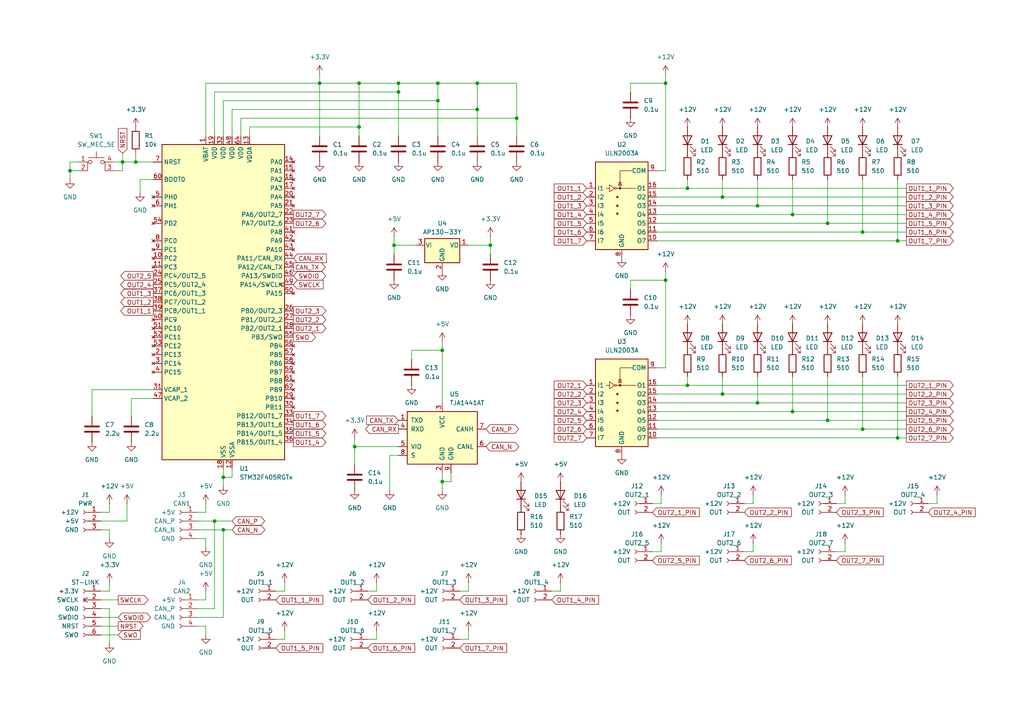
<source format=kicad_sch>
(kicad_sch (version 20250114) (generator "eeschema") (generator_version "9.0")
  (paper "A4")
  (junction (at 138.43 24.13))
  (junction (at 127 24.13))
  (junction (at 104.14 36.83))
  (junction (at 193.04 24.13))
  (junction (at 35.56 46.99))
  (junction (at 104.14 24.13))
  (junction (at 127 29.21))
  (junction (at 138.43 31.75))
  (junction (at 62.23 151.13))
  (junction (at 229.87 62.23))
  (junction (at 92.71 24.13))
  (junction (at 219.71 59.69))
  (junction (at 209.55 57.15))
  (junction (at 115.57 26.67))
  (junction (at 39.37 46.99))
  (junction (at 64.77 138.43))
  (junction (at 149.86 34.29))
  (junction (at 219.71 116.84))
  (junction (at 260.35 127))
  (junction (at 64.77 153.67))
  (junction (at 115.57 24.13))
  (junction (at 114.3 71.12))
  (junction (at 128.27 101.6))
  (junction (at 240.03 64.77))
  (junction (at 229.87 119.38))
  (junction (at 240.03 121.92))
  (junction (at 142.24 71.12))
  (junction (at 193.04 81.28))
  (junction (at 102.87 129.54))
  (junction (at 199.39 54.61))
  (junction (at 209.55 114.3))
  (junction (at 128.27 139.7))
  (junction (at 199.39 111.76))
  (junction (at 250.19 67.31))
  (junction (at 250.19 124.46))
  (junction (at 20.32 49.53))
  (junction (at 260.35 69.85))
  (wire (pts (xy 115.57 24.13) (xy 115.57 26.67)))
  (wire (pts (xy 26.67 113.03) (xy 26.67 120.65)))
  (wire (pts (xy 35.56 46.99) (xy 39.37 46.99)))
  (wire (pts (xy 114.3 71.12) (xy 114.3 73.66)))
  (wire (pts (xy 128.27 139.7) (xy 128.27 142.24)))
  (wire (pts (xy 250.19 124.46) (xy 262.89 124.46)))
  (wire (pts (xy 182.88 81.28) (xy 193.04 81.28)))
  (wire (pts (xy 130.81 139.7) (xy 128.27 139.7)))
  (wire (pts (xy 67.31 151.13) (xy 62.23 151.13)))
  (wire (pts (xy 31.75 176.53) (xy 31.75 186.69)))
  (wire (pts (xy 209.55 114.3) (xy 262.89 114.3)))
  (wire (pts (xy 190.5 121.92) (xy 240.03 121.92)))
  (wire (pts (xy 64.77 39.37) (xy 64.77 29.21)))
  (wire (pts (xy 182.88 24.13) (xy 193.04 24.13)))
  (wire (pts (xy 57.15 179.07) (xy 64.77 179.07)))
  (wire (pts (xy 67.31 39.37) (xy 67.31 31.75)))
  (wire (pts (xy 190.5 127) (xy 260.35 127)))
  (wire (pts (xy 62.23 176.53) (xy 62.23 151.13)))
  (wire (pts (xy 59.69 156.21) (xy 59.69 158.75)))
  (wire (pts (xy 62.23 151.13) (xy 57.15 151.13)))
  (wire (pts (xy 128.27 116.84) (xy 128.27 101.6)))
  (wire (pts (xy 127 24.13) (xy 138.43 24.13)))
  (wire (pts (xy 219.71 59.69) (xy 262.89 59.69)))
  (wire (pts (xy 250.19 109.22) (xy 250.19 124.46)))
  (wire (pts (xy 149.86 34.29) (xy 149.86 39.37)))
  (wire (pts (xy 39.37 46.99) (xy 39.37 44.45)))
  (wire (pts (xy 72.39 39.37) (xy 72.39 36.83)))
  (wire (pts (xy 190.5 116.84) (xy 219.71 116.84)))
  (wire (pts (xy 133.35 171.45) (xy 135.89 171.45)))
  (wire (pts (xy 260.35 52.07) (xy 260.35 69.85)))
  (wire (pts (xy 33.02 46.99) (xy 35.56 46.99)))
  (wire (pts (xy 59.69 181.61) (xy 59.69 184.15)))
  (wire (pts (xy 219.71 116.84) (xy 262.89 116.84)))
  (wire (pts (xy 218.44 146.05) (xy 218.44 143.51)))
  (wire (pts (xy 240.03 109.22) (xy 240.03 121.92)))
  (wire (pts (xy 29.21 148.59) (xy 31.75 148.59)))
  (wire (pts (xy 115.57 24.13) (xy 127 24.13)))
  (wire (pts (xy 44.45 113.03) (xy 26.67 113.03)))
  (wire (pts (xy 190.5 69.85) (xy 260.35 69.85)))
  (wire (pts (xy 229.87 52.07) (xy 229.87 62.23)))
  (wire (pts (xy 59.69 148.59) (xy 57.15 148.59)))
  (wire (pts (xy 142.24 71.12) (xy 142.24 73.66)))
  (wire (pts (xy 115.57 26.67) (xy 115.57 39.37)))
  (wire (pts (xy 193.04 21.59) (xy 193.04 24.13)))
  (wire (pts (xy 182.88 26.67) (xy 182.88 24.13)))
  (wire (pts (xy 193.04 49.53) (xy 190.5 49.53)))
  (wire (pts (xy 193.04 24.13) (xy 193.04 49.53)))
  (wire (pts (xy 240.03 121.92) (xy 262.89 121.92)))
  (wire (pts (xy 29.21 181.61) (xy 34.29 181.61)))
  (wire (pts (xy 260.35 69.85) (xy 262.89 69.85)))
  (wire (pts (xy 193.04 106.68) (xy 190.5 106.68)))
  (wire (pts (xy 128.27 101.6) (xy 119.38 101.6)))
  (wire (pts (xy 119.38 101.6) (xy 119.38 104.14)))
  (wire (pts (xy 104.14 24.13) (xy 115.57 24.13)))
  (wire (pts (xy 160.02 171.45) (xy 162.56 171.45)))
  (wire (pts (xy 102.87 127) (xy 102.87 129.54)))
  (wire (pts (xy 44.45 115.57) (xy 38.1 115.57)))
  (wire (pts (xy 82.55 171.45) (xy 82.55 168.91)))
  (wire (pts (xy 128.27 99.06) (xy 128.27 101.6)))
  (wire (pts (xy 250.19 67.31) (xy 262.89 67.31)))
  (wire (pts (xy 135.89 71.12) (xy 142.24 71.12)))
  (wire (pts (xy 59.69 173.99) (xy 57.15 173.99)))
  (wire (pts (xy 38.1 115.57) (xy 38.1 120.65)))
  (wire (pts (xy 127 29.21) (xy 127 39.37)))
  (wire (pts (xy 92.71 21.59) (xy 92.71 24.13)))
  (wire (pts (xy 138.43 24.13) (xy 138.43 31.75)))
  (wire (pts (xy 182.88 83.82) (xy 182.88 81.28)))
  (wire (pts (xy 113.03 142.24) (xy 113.03 132.08)))
  (wire (pts (xy 113.03 132.08) (xy 115.57 132.08)))
  (wire (pts (xy 120.65 71.12) (xy 114.3 71.12)))
  (wire (pts (xy 162.56 171.45) (xy 162.56 168.91)))
  (wire (pts (xy 20.32 49.53) (xy 20.32 52.07)))
  (wire (pts (xy 22.86 46.99) (xy 20.32 46.99)))
  (wire (pts (xy 260.35 109.22) (xy 260.35 127)))
  (wire (pts (xy 104.14 36.83) (xy 104.14 39.37)))
  (wire (pts (xy 191.77 160.02) (xy 191.77 157.48)))
  (wire (pts (xy 57.15 156.21) (xy 59.69 156.21)))
  (wire (pts (xy 193.04 78.74) (xy 193.04 81.28)))
  (wire (pts (xy 29.21 173.99) (xy 34.29 173.99)))
  (wire (pts (xy 109.22 171.45) (xy 109.22 168.91)))
  (wire (pts (xy 69.85 39.37) (xy 69.85 34.29)))
  (wire (pts (xy 260.35 127) (xy 262.89 127)))
  (wire (pts (xy 57.15 181.61) (xy 59.69 181.61)))
  (wire (pts (xy 149.86 24.13) (xy 149.86 34.29)))
  (wire (pts (xy 190.5 124.46) (xy 250.19 124.46)))
  (wire (pts (xy 109.22 185.42) (xy 109.22 182.88)))
  (wire (pts (xy 29.21 171.45) (xy 31.75 171.45)))
  (wire (pts (xy 102.87 129.54) (xy 115.57 129.54)))
  (wire (pts (xy 44.45 46.99) (xy 39.37 46.99)))
  (wire (pts (xy 245.11 160.02) (xy 245.11 157.48)))
  (wire (pts (xy 240.03 52.07) (xy 240.03 64.77)))
  (wire (pts (xy 67.31 138.43) (xy 64.77 138.43)))
  (wire (pts (xy 209.55 57.15) (xy 262.89 57.15)))
  (wire (pts (xy 142.24 68.58) (xy 142.24 71.12)))
  (wire (pts (xy 35.56 49.53) (xy 35.56 46.99)))
  (wire (pts (xy 59.69 24.13) (xy 92.71 24.13)))
  (wire (pts (xy 219.71 52.07) (xy 219.71 59.69)))
  (wire (pts (xy 67.31 31.75) (xy 138.43 31.75)))
  (wire (pts (xy 191.77 146.05) (xy 191.77 143.51)))
  (wire (pts (xy 62.23 39.37) (xy 62.23 26.67)))
  (wire (pts (xy 133.35 185.42) (xy 135.89 185.42)))
  (wire (pts (xy 64.77 153.67) (xy 57.15 153.67)))
  (wire (pts (xy 102.87 134.62) (xy 102.87 129.54)))
  (wire (pts (xy 72.39 36.83) (xy 104.14 36.83)))
  (wire (pts (xy 36.83 151.13) (xy 36.83 146.05)))
  (wire (pts (xy 240.03 64.77) (xy 262.89 64.77)))
  (wire (pts (xy 82.55 185.42) (xy 82.55 182.88)))
  (wire (pts (xy 64.77 179.07) (xy 64.77 153.67)))
  (wire (pts (xy 106.68 171.45) (xy 109.22 171.45)))
  (wire (pts (xy 190.5 59.69) (xy 219.71 59.69)))
  (wire (pts (xy 106.68 185.42) (xy 109.22 185.42)))
  (wire (pts (xy 64.77 138.43) (xy 64.77 140.97)))
  (wire (pts (xy 59.69 146.05) (xy 59.69 148.59)))
  (wire (pts (xy 59.69 39.37) (xy 59.69 24.13)))
  (wire (pts (xy 130.81 137.16) (xy 130.81 139.7)))
  (wire (pts (xy 29.21 153.67) (xy 31.75 153.67)))
  (wire (pts (xy 219.71 109.22) (xy 219.71 116.84)))
  (wire (pts (xy 215.9 160.02) (xy 218.44 160.02)))
  (wire (pts (xy 114.3 68.58) (xy 114.3 71.12)))
  (wire (pts (xy 104.14 24.13) (xy 104.14 36.83)))
  (wire (pts (xy 57.15 176.53) (xy 62.23 176.53)))
  (wire (pts (xy 190.5 64.77) (xy 240.03 64.77)))
  (wire (pts (xy 190.5 114.3) (xy 209.55 114.3)))
  (wire (pts (xy 40.64 52.07) (xy 40.64 55.88)))
  (wire (pts (xy 229.87 62.23) (xy 262.89 62.23)))
  (wire (pts (xy 20.32 49.53) (xy 22.86 49.53)))
  (wire (pts (xy 59.69 171.45) (xy 59.69 173.99)))
  (wire (pts (xy 189.23 160.02) (xy 191.77 160.02)))
  (wire (pts (xy 35.56 44.45) (xy 35.56 46.99)))
  (wire (pts (xy 209.55 52.07) (xy 209.55 57.15)))
  (wire (pts (xy 64.77 135.89) (xy 64.77 138.43)))
  (wire (pts (xy 199.39 111.76) (xy 262.89 111.76)))
  (wire (pts (xy 229.87 119.38) (xy 262.89 119.38)))
  (wire (pts (xy 135.89 185.42) (xy 135.89 182.88)))
  (wire (pts (xy 33.02 49.53) (xy 35.56 49.53)))
  (wire (pts (xy 31.75 153.67) (xy 31.75 156.21)))
  (wire (pts (xy 250.19 52.07) (xy 250.19 67.31)))
  (wire (pts (xy 269.24 146.05) (xy 271.78 146.05)))
  (wire (pts (xy 69.85 34.29) (xy 149.86 34.29)))
  (wire (pts (xy 29.21 176.53) (xy 31.75 176.53)))
  (wire (pts (xy 29.21 184.15) (xy 34.29 184.15)))
  (wire (pts (xy 92.71 24.13) (xy 92.71 39.37)))
  (wire (pts (xy 190.5 119.38) (xy 229.87 119.38)))
  (wire (pts (xy 67.31 135.89) (xy 67.31 138.43)))
  (wire (pts (xy 218.44 160.02) (xy 218.44 157.48)))
  (wire (pts (xy 138.43 24.13) (xy 149.86 24.13)))
  (wire (pts (xy 190.5 57.15) (xy 209.55 57.15)))
  (wire (pts (xy 80.01 171.45) (xy 82.55 171.45)))
  (wire (pts (xy 31.75 171.45) (xy 31.75 168.91)))
  (wire (pts (xy 29.21 151.13) (xy 36.83 151.13)))
  (wire (pts (xy 31.75 148.59) (xy 31.75 146.05)))
  (wire (pts (xy 190.5 54.61) (xy 199.39 54.61)))
  (wire (pts (xy 44.45 52.07) (xy 40.64 52.07)))
  (wire (pts (xy 199.39 52.07) (xy 199.39 54.61)))
  (wire (pts (xy 209.55 109.22) (xy 209.55 114.3)))
  (wire (pts (xy 29.21 179.07) (xy 34.29 179.07)))
  (wire (pts (xy 138.43 31.75) (xy 138.43 39.37)))
  (wire (pts (xy 128.27 137.16) (xy 128.27 139.7)))
  (wire (pts (xy 80.01 185.42) (xy 82.55 185.42)))
  (wire (pts (xy 193.04 81.28) (xy 193.04 106.68)))
  (wire (pts (xy 92.71 24.13) (xy 104.14 24.13)))
  (wire (pts (xy 190.5 62.23) (xy 229.87 62.23)))
  (wire (pts (xy 242.57 146.05) (xy 245.11 146.05)))
  (wire (pts (xy 67.31 153.67) (xy 64.77 153.67)))
  (wire (pts (xy 62.23 26.67) (xy 115.57 26.67)))
  (wire (pts (xy 190.5 111.76) (xy 199.39 111.76)))
  (wire (pts (xy 215.9 146.05) (xy 218.44 146.05)))
  (wire (pts (xy 64.77 29.21) (xy 127 29.21)))
  (wire (pts (xy 189.23 146.05) (xy 191.77 146.05)))
  (wire (pts (xy 229.87 109.22) (xy 229.87 119.38)))
  (wire (pts (xy 245.11 146.05) (xy 245.11 143.51)))
  (wire (pts (xy 135.89 171.45) (xy 135.89 168.91)))
  (wire (pts (xy 199.39 54.61) (xy 262.89 54.61)))
  (wire (pts (xy 242.57 160.02) (xy 245.11 160.02)))
  (wire (pts (xy 199.39 109.22) (xy 199.39 111.76)))
  (wire (pts (xy 127 24.13) (xy 127 29.21)))
  (wire (pts (xy 20.32 46.99) (xy 20.32 49.53)))
  (wire (pts (xy 190.5 67.31) (xy 250.19 67.31)))
  (wire (pts (xy 271.78 146.05) (xy 271.78 143.51)))
  (global_label "SWDIO" (shape bidirectional) (at 85.09 80.01 0) (property "Intersheetrefs" "${INTERSHEET_REFS}" (effects (hide yes))))
  (global_label "OUT1_4_PIN" (shape output) (at 262.89 62.23 0) (property "Intersheetrefs" "${INTERSHEET_REFS}" (effects (hide yes))))
  (global_label "OUT1_6" (shape output) (at 85.09 123.19 0) (property "Intersheetrefs" "${INTERSHEET_REFS}" (effects (hide yes))))
  (global_label "OUT1_2" (shape input) (at 170.18 57.15 180) (property "Intersheetrefs" "${INTERSHEET_REFS}" (effects (hide yes))))
  (global_label "OUT1_6_PIN" (shape output) (at 262.89 67.31 0) (property "Intersheetrefs" "${INTERSHEET_REFS}" (effects (hide yes))))
  (global_label "OUT2_4" (shape input) (at 170.18 119.38 180) (property "Intersheetrefs" "${INTERSHEET_REFS}" (effects (hide yes))))
  (global_label "CAN_TX" (shape input) (at 115.57 121.92 180) (property "Intersheetrefs" "${INTERSHEET_REFS}" (effects (hide yes))))
  (global_label "OUT1_2_PIN" (shape input) (at 106.68 173.99 0) (property "Intersheetrefs" "${INTERSHEET_REFS}" (effects (hide yes))))
  (global_label "OUT2_6_PIN" (shape input) (at 215.9 162.56 0) (property "Intersheetrefs" "${INTERSHEET_REFS}" (effects (hide yes))))
  (global_label "OUT2_4_PIN" (shape input) (at 269.24 148.59 0) (property "Intersheetrefs" "${INTERSHEET_REFS}" (effects (hide yes))))
  (global_label "OUT1_1" (shape output) (at 44.45 90.17 180) (property "Intersheetrefs" "${INTERSHEET_REFS}" (effects (hide yes))))
  (global_label "OUT1_7" (shape input) (at 170.18 69.85 180) (property "Intersheetrefs" "${INTERSHEET_REFS}" (effects (hide yes))))
  (global_label "SWDIO" (shape bidirectional) (at 34.29 179.07 0) (property "Intersheetrefs" "${INTERSHEET_REFS}" (effects (hide yes))))
  (global_label "OUT1_6" (shape input) (at 170.18 67.31 180) (property "Intersheetrefs" "${INTERSHEET_REFS}" (effects (hide yes))))
  (global_label "OUT1_2_PIN" (shape output) (at 262.89 57.15 0) (property "Intersheetrefs" "${INTERSHEET_REFS}" (effects (hide yes))))
  (global_label "OUT2_1" (shape input) (at 170.18 111.76 180) (property "Intersheetrefs" "${INTERSHEET_REFS}" (effects (hide yes))))
  (global_label "OUT1_1_PIN" (shape output) (at 262.89 54.61 0) (property "Intersheetrefs" "${INTERSHEET_REFS}" (effects (hide yes))))
  (global_label "OUT1_5" (shape output) (at 85.09 125.73 0) (property "Intersheetrefs" "${INTERSHEET_REFS}" (effects (hide yes))))
  (global_label "OUT2_5" (shape input) (at 170.18 121.92 180) (property "Intersheetrefs" "${INTERSHEET_REFS}" (effects (hide yes))))
  (global_label "SWO" (shape input) (at 34.29 184.15 0) (property "Intersheetrefs" "${INTERSHEET_REFS}" (effects (hide yes))))
  (global_label "OUT1_5" (shape input) (at 170.18 64.77 180) (property "Intersheetrefs" "${INTERSHEET_REFS}" (effects (hide yes))))
  (global_label "OUT1_7_PIN" (shape input) (at 133.35 187.96 0) (property "Intersheetrefs" "${INTERSHEET_REFS}" (effects (hide yes))))
  (global_label "CAN_P" (shape bidirectional) (at 140.97 124.46 0) (property "Intersheetrefs" "${INTERSHEET_REFS}" (effects (hide yes))))
  (global_label "SWO" (shape output) (at 85.09 97.79 0) (property "Intersheetrefs" "${INTERSHEET_REFS}" (effects (hide yes))))
  (global_label "OUT1_3" (shape input) (at 170.18 59.69 180) (property "Intersheetrefs" "${INTERSHEET_REFS}" (effects (hide yes))))
  (global_label "OUT2_2_PIN" (shape input) (at 215.9 148.59 0) (property "Intersheetrefs" "${INTERSHEET_REFS}" (effects (hide yes))))
  (global_label "OUT2_1" (shape output) (at 85.09 95.25 0) (property "Intersheetrefs" "${INTERSHEET_REFS}" (effects (hide yes))))
  (global_label "OUT1_1" (shape input) (at 170.18 54.61 180) (property "Intersheetrefs" "${INTERSHEET_REFS}" (effects (hide yes))))
  (global_label "OUT2_2_PIN" (shape output) (at 262.89 114.3 0) (property "Intersheetrefs" "${INTERSHEET_REFS}" (effects (hide yes))))
  (global_label "OUT1_5_PIN" (shape output) (at 262.89 64.77 0) (property "Intersheetrefs" "${INTERSHEET_REFS}" (effects (hide yes))))
  (global_label "OUT2_6_PIN" (shape output) (at 262.89 124.46 0) (property "Intersheetrefs" "${INTERSHEET_REFS}" (effects (hide yes))))
  (global_label "OUT2_7_PIN" (shape output) (at 262.89 127 0) (property "Intersheetrefs" "${INTERSHEET_REFS}" (effects (hide yes))))
  (global_label "OUT2_2" (shape input) (at 170.18 114.3 180) (property "Intersheetrefs" "${INTERSHEET_REFS}" (effects (hide yes))))
  (global_label "OUT1_4_PIN" (shape input) (at 160.02 173.99 0) (property "Intersheetrefs" "${INTERSHEET_REFS}" (effects (hide yes))))
  (global_label "OUT2_5_PIN" (shape input) (at 189.23 162.56 0) (property "Intersheetrefs" "${INTERSHEET_REFS}" (effects (hide yes))))
  (global_label "OUT2_3_PIN" (shape output) (at 262.89 116.84 0) (property "Intersheetrefs" "${INTERSHEET_REFS}" (effects (hide yes))))
  (global_label "OUT1_6_PIN" (shape input) (at 106.68 187.96 0) (property "Intersheetrefs" "${INTERSHEET_REFS}" (effects (hide yes))))
  (global_label "OUT2_2" (shape output) (at 85.09 92.71 0) (property "Intersheetrefs" "${INTERSHEET_REFS}" (effects (hide yes))))
  (global_label "OUT1_4" (shape input) (at 170.18 62.23 180) (property "Intersheetrefs" "${INTERSHEET_REFS}" (effects (hide yes))))
  (global_label "OUT1_4" (shape output) (at 85.09 128.27 0) (property "Intersheetrefs" "${INTERSHEET_REFS}" (effects (hide yes))))
  (global_label "CAN_N" (shape bidirectional) (at 67.31 153.67 0) (property "Intersheetrefs" "${INTERSHEET_REFS}" (effects (hide yes))))
  (global_label "OUT2_7" (shape output) (at 85.09 62.23 0) (property "Intersheetrefs" "${INTERSHEET_REFS}" (effects (hide yes))))
  (global_label "CAN_P" (shape bidirectional) (at 67.31 151.13 0) (property "Intersheetrefs" "${INTERSHEET_REFS}" (effects (hide yes))))
  (global_label "OUT1_3_PIN" (shape output) (at 262.89 59.69 0) (property "Intersheetrefs" "${INTERSHEET_REFS}" (effects (hide yes))))
  (global_label "OUT1_7_PIN" (shape output) (at 262.89 69.85 0) (property "Intersheetrefs" "${INTERSHEET_REFS}" (effects (hide yes))))
  (global_label "SWCLK" (shape input) (at 85.09 82.55 0) (property "Intersheetrefs" "${INTERSHEET_REFS}" (effects (hide yes))))
  (global_label "CAN_TX" (shape output) (at 85.09 77.47 0) (property "Intersheetrefs" "${INTERSHEET_REFS}" (effects (hide yes))))
  (global_label "OUT2_5_PIN" (shape output) (at 262.89 121.92 0) (property "Intersheetrefs" "${INTERSHEET_REFS}" (effects (hide yes))))
  (global_label "CAN_RX" (shape input) (at 85.09 74.93 0) (property "Intersheetrefs" "${INTERSHEET_REFS}" (effects (hide yes))))
  (global_label "OUT2_4" (shape output) (at 44.45 82.55 180) (property "Intersheetrefs" "${INTERSHEET_REFS}" (effects (hide yes))))
  (global_label "OUT1_2" (shape output) (at 44.45 87.63 180) (property "Intersheetrefs" "${INTERSHEET_REFS}" (effects (hide yes))))
  (global_label "OUT2_4_PIN" (shape output) (at 262.89 119.38 0) (property "Intersheetrefs" "${INTERSHEET_REFS}" (effects (hide yes))))
  (global_label "OUT2_3" (shape input) (at 170.18 116.84 180) (property "Intersheetrefs" "${INTERSHEET_REFS}" (effects (hide yes))))
  (global_label "CAN_RX" (shape output) (at 115.57 124.46 180) (property "Intersheetrefs" "${INTERSHEET_REFS}" (effects (hide yes))))
  (global_label "OUT1_3_PIN" (shape input) (at 133.35 173.99 0) (property "Intersheetrefs" "${INTERSHEET_REFS}" (effects (hide yes))))
  (global_label "OUT2_3" (shape output) (at 85.09 90.17 0) (property "Intersheetrefs" "${INTERSHEET_REFS}" (effects (hide yes))))
  (global_label "OUT2_6" (shape output) (at 85.09 64.77 0) (property "Intersheetrefs" "${INTERSHEET_REFS}" (effects (hide yes))))
  (global_label "OUT1_3" (shape output) (at 44.45 85.09 180) (property "Intersheetrefs" "${INTERSHEET_REFS}" (effects (hide yes))))
  (global_label "OUT2_6" (shape input) (at 170.18 124.46 180) (property "Intersheetrefs" "${INTERSHEET_REFS}" (effects (hide yes))))
  (global_label "OUT2_3_PIN" (shape input) (at 242.57 148.59 0) (property "Intersheetrefs" "${INTERSHEET_REFS}" (effects (hide yes))))
  (global_label "OUT1_7" (shape output) (at 85.09 120.65 0) (property "Intersheetrefs" "${INTERSHEET_REFS}" (effects (hide yes))))
  (global_label "OUT1_1_PIN" (shape input) (at 80.01 173.99 0) (property "Intersheetrefs" "${INTERSHEET_REFS}" (effects (hide yes))))
  (global_label "SWCLK" (shape output) (at 34.29 173.99 0) (property "Intersheetrefs" "${INTERSHEET_REFS}" (effects (hide yes))))
  (global_label "OUT2_7_PIN" (shape input) (at 242.57 162.56 0) (property "Intersheetrefs" "${INTERSHEET_REFS}" (effects (hide yes))))
  (global_label "OUT1_5_PIN" (shape input) (at 80.01 187.96 0) (property "Intersheetrefs" "${INTERSHEET_REFS}" (effects (hide yes))))
  (global_label "OUT2_5" (shape output) (at 44.45 80.01 180) (property "Intersheetrefs" "${INTERSHEET_REFS}" (effects (hide yes))))
  (global_label "CAN_N" (shape bidirectional) (at 140.97 129.54 0) (property "Intersheetrefs" "${INTERSHEET_REFS}" (effects (hide yes))))
  (global_label "OUT2_1_PIN" (shape input) (at 189.23 148.59 0) (property "Intersheetrefs" "${INTERSHEET_REFS}" (effects (hide yes))))
  (global_label "OUT2_1_PIN" (shape output) (at 262.89 111.76 0) (property "Intersheetrefs" "${INTERSHEET_REFS}" (effects (hide yes))))
  (global_label "OUT2_7" (shape input) (at 170.18 127 180) (property "Intersheetrefs" "${INTERSHEET_REFS}" (effects (hide yes))))
  (global_label "NRST" (shape output) (at 34.29 181.61 0) (property "Intersheetrefs" "${INTERSHEET_REFS}" (effects (hide yes))))
  (global_label "NRST" (shape input) (at 35.56 44.45 90) (property "Intersheetrefs" "${INTERSHEET_REFS}" (effects (hide yes))))
  (symbol (lib_id "Device:R") (at 229.87 48.26 0) (unit 1)
    (property "Reference" "R5" (at 232.41 46.9899 0) (effects (justify left)))
    (property "Value" "510" (at 232.41 49.5299 0) (effects (justify left)))
    (property "Footprint" "Resistor_SMD:R_0603_1608Metric_Pad0.98x0.95mm_HandSolder" (effects (hide yes)))
    (property "Description" "Resistor" (effects (hide yes)))
  )
  (symbol (lib_id "power:+12V") (at 193.04 21.59 0) (unit 1)
    (property "Reference" "#PWR016" (effects (hide yes)))
    (property "Value" "+12V" (at 193.04 16.51 0))
    (property "Description" "Power symbol creates a global label with name \"+12V\"" (effects (hide yes)))
  )
  (symbol (lib_id "power:+12V") (at 218.44 143.51 0) (unit 1)
    (property "Reference" "#PWR060" (effects (hide yes)))
    (property "Value" "+12V" (at 218.44 138.43 0))
    (property "Description" "Power symbol creates a global label with name \"+12V\"" (effects (hide yes)))
  )
  (symbol (lib_id "power:GND") (at 127 46.99 0) (unit 1)
    (property "Reference" "#PWR04" (effects (hide yes)))
    (property "Value" "GND" (at 127 52.07 0))
    (property "Description" "Power symbol creates a global label with name \"GND\" , ground" (effects (hide yes)))
  )
  (symbol (lib_id "Device:C") (at 142.24 77.47 0) (unit 1)
    (property "Reference" "C12" (at 146.05 76.1999 0) (effects (justify left)))
    (property "Value" "0.1u" (at 146.05 78.7399 0) (effects (justify left)))
    (property "Footprint" "Capacitor_SMD:C_0603_1608Metric_Pad1.08x0.95mm_HandSolder" (effects (hide yes)))
    (property "Description" "Unpolarized capacitor" (effects (hide yes)))
  )
  (symbol (lib_id "Device:R") (at 219.71 105.41 0) (unit 1)
    (property "Reference" "R11" (at 222.25 104.1399 0) (effects (justify left)))
    (property "Value" "510" (at 222.25 106.6799 0) (effects (justify left)))
    (property "Footprint" "Resistor_SMD:R_0603_1608Metric_Pad0.98x0.95mm_HandSolder" (effects (hide yes)))
    (property "Description" "Resistor" (effects (hide yes)))
  )
  (symbol (lib_id "circuit-heilig-vater:12VOUT") (at 101.6 185.42 0) (mirror y) (unit 1)
    (property "Reference" "J10" (at 102.235 180.34 0))
    (property "Value" "OUT1_6" (at 102.235 182.88 0))
    (property "Footprint" "Connector_JST:JST_XH_B2B-XH-A_1x02_P2.50mm_Vertical" (effects (hide yes)))
    (property "Description" "Generic connector, single row, 01x02, script generated" (effects (hide yes)))
  )
  (symbol (lib_id "power:+12V") (at 193.04 78.74 0) (unit 1)
    (property "Reference" "#PWR017" (effects (hide yes)))
    (property "Value" "+12V" (at 193.04 73.66 0))
    (property "Description" "Power symbol creates a global label with name \"+12V\"" (effects (hide yes)))
  )
  (symbol (lib_id "power:GND") (at 149.86 46.99 0) (unit 1)
    (property "Reference" "#PWR06" (effects (hide yes)))
    (property "Value" "GND" (at 149.86 52.07 0))
    (property "Description" "Power symbol creates a global label with name \"GND\" , ground" (effects (hide yes)))
  )
  (symbol (lib_id "power:+12V") (at 271.78 143.51 0) (unit 1)
    (property "Reference" "#PWR062" (effects (hide yes)))
    (property "Value" "+12V" (at 271.78 138.43 0))
    (property "Description" "Power symbol creates a global label with name \"+12V\"" (effects (hide yes)))
  )
  (symbol (lib_id "power:+12V") (at 199.39 93.98 0) (unit 1)
    (property "Reference" "#PWR025" (effects (hide yes)))
    (property "Value" "+12V" (at 199.39 88.9 0))
    (property "Description" "Power symbol creates a global label with name \"+12V\"" (effects (hide yes)))
  )
  (symbol (lib_id "circuit-heilig-vater:ST-LINK") (at 24.13 176.53 0) (mirror y) (unit 1)
    (property "Reference" "J2" (at 24.765 166.37 0))
    (property "Value" "ST-LINK" (at 24.765 168.91 0))
    (property "Footprint" "Connector_JST:JST_ZH_B6B-ZR_1x06_P1.50mm_Vertical" (effects (hide yes)))
    (property "Description" "Generic connector, single row, 01x06, script generated" (effects (hide yes)))
  )
  (symbol (lib_id "power:+5V") (at 128.27 99.06 0) (unit 1)
    (property "Reference" "#PWR044" (effects (hide yes)))
    (property "Value" "+5V" (at 128.27 93.98 0))
    (property "Description" "Power symbol creates a global label with name \"+5V\"" (effects (hide yes)))
  )
  (symbol (lib_id "Switch:SW_MEC_5E") (at 27.94 49.53 0) (unit 1)
    (property "Reference" "SW1" (at 27.94 39.37 0))
    (property "Value" "SW_MEC_5E" (at 27.94 41.91 0))
    (property "Footprint" "circuit-heilig-vater:tact" (effects (hide yes)))
    (property "Datasheet" "http://www.apem.com/int/index.php?controller=attachment&id_attachment=1371" (effects (hide yes)))
    (property "Description" "MEC 5E single pole normally-open tactile switch" (effects (hide yes)))
  )
  (symbol (lib_id "circuit-heilig-vater:12VOUT") (at 184.15 160.02 0) (mirror y) (unit 1)
    (property "Reference" "J16" (at 184.785 154.94 0))
    (property "Value" "OUT2_5" (at 184.785 157.48 0))
    (property "Footprint" "Connector_JST:JST_XH_B2B-XH-A_1x02_P2.50mm_Vertical" (effects (hide yes)))
    (property "Description" "Generic connector, single row, 01x02, script generated" (effects (hide yes)))
  )
  (symbol (lib_id "power:+12V") (at 109.22 182.88 0) (unit 1)
    (property "Reference" "#PWR057" (effects (hide yes)))
    (property "Value" "+12V" (at 109.22 177.8 0))
    (property "Description" "Power symbol creates a global label with name \"+12V\"" (effects (hide yes)))
  )
  (symbol (lib_id "Device:R") (at 162.56 151.13 0) (unit 1)
    (property "Reference" "R17" (at 165.1 149.8599 0) (effects (justify left)))
    (property "Value" "510" (at 165.1 152.3999 0) (effects (justify left)))
    (property "Footprint" "Resistor_SMD:R_0603_1608Metric_Pad0.98x0.95mm_HandSolder" (effects (hide yes)))
    (property "Description" "Resistor" (effects (hide yes)))
  )
  (symbol (lib_id "circuit-heilig-vater:ATA6561-GAQW") (at 128.27 127 0) (unit 1)
    (property "Reference" "U5" (at 130.4133 114.3 0) (effects (justify left)))
    (property "Value" "TJA1441AT" (at 130.4133 116.84 0) (effects (justify left)))
    (property "Footprint" "Package_SO:SOIC-8-1EP_3.9x4.9mm_P1.27mm_EP2.41x3.81mm_ThermalVias" (effects (hide yes)))
    (property "Datasheet" "https://ww1.microchip.com/downloads/aemDocuments/documents/OTH/ProductDocuments/DataSheets/20005991B.pdf" (effects (hide yes)))
    (property "Description" "High-Speed CAN Transceiver, separate VIO, standby pin, SO-8" (effects (hide yes)))
  )
  (symbol (lib_id "Device:C") (at 149.86 43.18 0) (unit 1)
    (property "Reference" "C6" (at 153.67 41.9099 0) (effects (justify left)))
    (property "Value" "0.1u" (at 153.67 44.4499 0) (effects (justify left)))
    (property "Footprint" "Capacitor_SMD:C_0603_1608Metric_Pad1.08x0.95mm_HandSolder" (effects (hide yes)))
    (property "Description" "Unpolarized capacitor" (effects (hide yes)))
  )
  (symbol (lib_id "power:+3.3V") (at 92.71 21.59 0) (unit 1)
    (property "Reference" "#PWR07" (effects (hide yes)))
    (property "Value" "+3.3V" (at 92.71 16.51 0))
    (property "Description" "Power symbol creates a global label with name \"+3.3V\"" (effects (hide yes)))
  )
  (symbol (lib_id "power:GND") (at 113.03 142.24 0) (unit 1)
    (property "Reference" "#PWR040" (effects (hide yes)))
    (property "Value" "GND" (at 113.03 147.32 0))
    (property "Description" "Power symbol creates a global label with name \"GND\" , ground" (effects (hide yes)))
  )
  (symbol (lib_id "Transistor_Array:ULN2003A") (at 180.34 59.69 0) (unit 1)
    (property "Reference" "U2" (at 180.34 41.91 0))
    (property "Value" "ULN2003A" (at 180.34 44.45 0))
    (property "Footprint" "Package_DIP:DIP-16_W7.62mm_LongPads" (effects (hide yes)))
    (property "Datasheet" "http://www.ti.com/lit/ds/symlink/uln2003a.pdf" (effects (hide yes)))
    (property "Description" "High Voltage, High Current Darlington Transistor Arrays, SOIC16/SOIC16W/DIP16/TSSOP16" (effects (hide yes)))
  )
  (symbol (lib_id "power:+12V") (at 250.19 36.83 0) (unit 1)
    (property "Reference" "#PWR023" (effects (hide yes)))
    (property "Value" "+12V" (at 250.19 31.75 0))
    (property "Description" "Power symbol creates a global label with name \"+12V\"" (effects (hide yes)))
  )
  (symbol (lib_id "power:+12V") (at 219.71 36.83 0) (unit 1)
    (property "Reference" "#PWR020" (effects (hide yes)))
    (property "Value" "+12V" (at 219.71 31.75 0))
    (property "Description" "Power symbol creates a global label with name \"+12V\"" (effects (hide yes)))
  )
  (symbol (lib_id "circuit-heilig-vater:12VOUT") (at 154.94 171.45 0) (mirror y) (unit 1)
    (property "Reference" "J8" (at 155.575 166.37 0))
    (property "Value" "OUT1_4" (at 155.575 168.91 0))
    (property "Footprint" "Connector_JST:JST_XH_B2B-XH-A_1x02_P2.50mm_Vertical" (effects (hide yes)))
    (property "Description" "Generic connector, single row, 01x02, script generated" (effects (hide yes)))
  )
  (symbol (lib_id "Device:LED") (at 250.19 97.79 90) (unit 1)
    (property "Reference" "D13" (at 254 98.1074 90) (effects (justify right)))
    (property "Value" "LED" (at 254 100.6474 90) (effects (justify right)))
    (property "Footprint" "LED_SMD:LED_0603_1608Metric_Pad1.05x0.95mm_HandSolder" (effects (hide yes)))
    (property "Description" "Light emitting diode" (effects (hide yes)))
    (property "Sim.Pins" "1=K 2=A" (effects (hide yes)))
  )
  (symbol (lib_id "power:+12V") (at 245.11 157.48 0) (unit 1)
    (property "Reference" "#PWR065" (effects (hide yes)))
    (property "Value" "+12V" (at 245.11 152.4 0))
    (property "Description" "Power symbol creates a global label with name \"+12V\"" (effects (hide yes)))
  )
  (symbol (lib_id "power:+12V") (at 135.89 182.88 0) (unit 1)
    (property "Reference" "#PWR058" (effects (hide yes)))
    (property "Value" "+12V" (at 135.89 177.8 0))
    (property "Description" "Power symbol creates a global label with name \"+12V\"" (effects (hide yes)))
  )
  (symbol (lib_id "Device:C") (at 182.88 30.48 0) (unit 1)
    (property "Reference" "C9" (at 186.69 29.2099 0) (effects (justify left)))
    (property "Value" "0.1u" (at 186.69 31.7499 0) (effects (justify left)))
    (property "Footprint" "Capacitor_SMD:C_0603_1608Metric_Pad1.08x0.95mm_HandSolder" (effects (hide yes)))
    (property "Description" "Unpolarized capacitor" (effects (hide yes)))
  )
  (symbol (lib_id "Device:C") (at 119.38 107.95 0) (unit 1)
    (property "Reference" "C13" (at 123.19 106.6799 0) (effects (justify left)))
    (property "Value" "0.1u" (at 123.19 109.2199 0) (effects (justify left)))
    (property "Footprint" "Capacitor_SMD:C_0603_1608Metric_Pad1.08x0.95mm_HandSolder" (effects (hide yes)))
    (property "Description" "Unpolarized capacitor" (effects (hide yes)))
  )
  (symbol (lib_id "circuit-heilig-vater:12VOUT") (at 128.27 171.45 0) (mirror y) (unit 1)
    (property "Reference" "J7" (at 128.905 166.37 0))
    (property "Value" "OUT1_3" (at 128.905 168.91 0))
    (property "Footprint" "Connector_JST:JST_XH_B2B-XH-A_1x02_P2.50mm_Vertical" (effects (hide yes)))
    (property "Description" "Generic connector, single row, 01x02, script generated" (effects (hide yes)))
  )
  (symbol (lib_id "Device:LED") (at 250.19 40.64 90) (unit 1)
    (property "Reference" "D6" (at 254 40.9574 90) (effects (justify right)))
    (property "Value" "LED" (at 254 43.4974 90) (effects (justify right)))
    (property "Footprint" "LED_SMD:LED_0603_1608Metric_Pad1.05x0.95mm_HandSolder" (effects (hide yes)))
    (property "Description" "Light emitting diode" (effects (hide yes)))
    (property "Sim.Pins" "1=K 2=A" (effects (hide yes)))
  )
  (symbol (lib_id "Device:C") (at 114.3 77.47 0) (unit 1)
    (property "Reference" "C11" (at 118.11 76.1999 0) (effects (justify left)))
    (property "Value" "0.1u" (at 118.11 78.7399 0) (effects (justify left)))
    (property "Footprint" "Capacitor_SMD:C_0603_1608Metric_Pad1.08x0.95mm_HandSolder" (effects (hide yes)))
    (property "Description" "Unpolarized capacitor" (effects (hide yes)))
  )
  (symbol (lib_id "Device:LED") (at 260.35 97.79 90) (unit 1)
    (property "Reference" "D14" (at 264.16 98.1074 90) (effects (justify right)))
    (property "Value" "LED" (at 264.16 100.6474 90) (effects (justify right)))
    (property "Footprint" "LED_SMD:LED_0603_1608Metric_Pad1.05x0.95mm_HandSolder" (effects (hide yes)))
    (property "Description" "Light emitting diode" (effects (hide yes)))
    (property "Sim.Pins" "1=K 2=A" (effects (hide yes)))
  )
  (symbol (lib_id "Device:LED") (at 199.39 40.64 90) (unit 1)
    (property "Reference" "D1" (at 203.2 40.9574 90) (effects (justify right)))
    (property "Value" "LED" (at 203.2 43.4974 90) (effects (justify right)))
    (property "Footprint" "LED_SMD:LED_0603_1608Metric_Pad1.05x0.95mm_HandSolder" (effects (hide yes)))
    (property "Description" "Light emitting diode" (effects (hide yes)))
    (property "Sim.Pins" "1=K 2=A" (effects (hide yes)))
  )
  (symbol (lib_id "Device:R") (at 240.03 48.26 0) (unit 1)
    (property "Reference" "R6" (at 242.57 46.9899 0) (effects (justify left)))
    (property "Value" "510" (at 242.57 49.5299 0) (effects (justify left)))
    (property "Footprint" "Resistor_SMD:R_0603_1608Metric_Pad0.98x0.95mm_HandSolder" (effects (hide yes)))
    (property "Description" "Resistor" (effects (hide yes)))
  )
  (symbol (lib_id "power:+12V") (at 250.19 93.98 0) (unit 1)
    (property "Reference" "#PWR030" (effects (hide yes)))
    (property "Value" "+12V" (at 250.19 88.9 0))
    (property "Description" "Power symbol creates a global label with name \"+12V\"" (effects (hide yes)))
  )
  (symbol (lib_id "Device:LED") (at 209.55 40.64 90) (unit 1)
    (property "Reference" "D2" (at 213.36 40.9574 90) (effects (justify right)))
    (property "Value" "LED" (at 213.36 43.4974 90) (effects (justify right)))
    (property "Footprint" "LED_SMD:LED_0603_1608Metric_Pad1.05x0.95mm_HandSolder" (effects (hide yes)))
    (property "Description" "Light emitting diode" (effects (hide yes)))
    (property "Sim.Pins" "1=K 2=A" (effects (hide yes)))
  )
  (symbol (lib_id "power:+5V") (at 36.83 146.05 0) (unit 1)
    (property "Reference" "#PWR046" (effects (hide yes)))
    (property "Value" "+5V" (at 36.83 140.97 0))
    (property "Description" "Power symbol creates a global label with name \"+5V\"" (effects (hide yes)))
  )
  (symbol (lib_id "power:GND") (at 115.57 46.99 0) (unit 1)
    (property "Reference" "#PWR03" (effects (hide yes)))
    (property "Value" "GND" (at 115.57 52.07 0))
    (property "Description" "Power symbol creates a global label with name \"GND\" , ground" (effects (hide yes)))
  )
  (symbol (lib_id "power:+5V") (at 59.69 146.05 0) (unit 1)
    (property "Reference" "#PWR050" (effects (hide yes)))
    (property "Value" "+5V" (at 59.69 140.97 0))
    (property "Description" "Power symbol creates a global label with name \"+5V\"" (effects (hide yes)))
  )
  (symbol (lib_id "circuit-heilig-vater:12VOUT") (at 210.82 160.02 0) (mirror y) (unit 1)
    (property "Reference" "J17" (at 211.455 154.94 0))
    (property "Value" "OUT2_6" (at 211.455 157.48 0))
    (property "Footprint" "Connector_JST:JST_XH_B2B-XH-A_1x02_P2.50mm_Vertical" (effects (hide yes)))
    (property "Description" "Generic connector, single row, 01x02, script generated" (effects (hide yes)))
  )
  (symbol (lib_id "power:+12V") (at 162.56 168.91 0) (unit 1)
    (property "Reference" "#PWR055" (effects (hide yes)))
    (property "Value" "+12V" (at 162.56 163.83 0))
    (property "Description" "Power symbol creates a global label with name \"+12V\"" (effects (hide yes)))
  )
  (symbol (lib_id "Device:LED") (at 229.87 97.79 90) (unit 1)
    (property "Reference" "D11" (at 233.68 98.1074 90) (effects (justify right)))
    (property "Value" "LED" (at 233.68 100.6474 90) (effects (justify right)))
    (property "Footprint" "LED_SMD:LED_0603_1608Metric_Pad1.05x0.95mm_HandSolder" (effects (hide yes)))
    (property "Description" "Light emitting diode" (effects (hide yes)))
    (property "Sim.Pins" "1=K 2=A" (effects (hide yes)))
  )
  (symbol (lib_id "Device:LED") (at 199.39 97.79 90) (unit 1)
    (property "Reference" "D8" (at 203.2 98.1074 90) (effects (justify right)))
    (property "Value" "LED" (at 203.2 100.6474 90) (effects (justify right)))
    (property "Footprint" "LED_SMD:LED_0603_1608Metric_Pad1.05x0.95mm_HandSolder" (effects (hide yes)))
    (property "Description" "Light emitting diode" (effects (hide yes)))
    (property "Sim.Pins" "1=K 2=A" (effects (hide yes)))
  )
  (symbol (lib_id "circuit-heilig-vater:12VOUT") (at 264.16 146.05 0) (mirror y) (unit 1)
    (property "Reference" "J15" (at 264.795 140.97 0))
    (property "Value" "OUT2_4" (at 264.795 143.51 0))
    (property "Footprint" "Connector_JST:JST_XH_B2B-XH-A_1x02_P2.50mm_Vertical" (effects (hide yes)))
    (property "Description" "Generic connector, single row, 01x02, script generated" (effects (hide yes)))
  )
  (symbol (lib_id "Device:R") (at 39.37 40.64 0) (unit 1)
    (property "Reference" "R1" (at 41.91 39.3699 0) (effects (justify left)))
    (property "Value" "10k" (at 41.91 41.9099 0) (effects (justify left)))
    (property "Footprint" "Resistor_SMD:R_0603_1608Metric_Pad0.98x0.95mm_HandSolder" (effects (hide yes)))
    (property "Description" "Resistor" (effects (hide yes)))
  )
  (symbol (lib_id "power:GND") (at 104.14 46.99 0) (unit 1)
    (property "Reference" "#PWR02" (effects (hide yes)))
    (property "Value" "GND" (at 104.14 52.07 0))
    (property "Description" "Power symbol creates a global label with name \"GND\" , ground" (effects (hide yes)))
  )
  (symbol (lib_id "power:+3.3V") (at 142.24 68.58 0) (unit 1)
    (property "Reference" "#PWR038" (effects (hide yes)))
    (property "Value" "+3.3V" (at 142.24 63.5 0))
    (property "Description" "Power symbol creates a global label with name \"+3.3V\"" (effects (hide yes)))
  )
  (symbol (lib_id "power:+12V") (at 209.55 36.83 0) (unit 1)
    (property "Reference" "#PWR019" (effects (hide yes)))
    (property "Value" "+12V" (at 209.55 31.75 0))
    (property "Description" "Power symbol creates a global label with name \"+12V\"" (effects (hide yes)))
  )
  (symbol (lib_id "power:+12V") (at 191.77 143.51 0) (unit 1)
    (property "Reference" "#PWR059" (effects (hide yes)))
    (property "Value" "+12V" (at 191.77 138.43 0))
    (property "Description" "Power symbol creates a global label with name \"+12V\"" (effects (hide yes)))
  )
  (symbol (lib_id "power:GND") (at 142.24 81.28 0) (unit 1)
    (property "Reference" "#PWR036" (effects (hide yes)))
    (property "Value" "GND" (at 142.24 86.36 0))
    (property "Description" "Power symbol creates a global label with name \"GND\" , ground" (effects (hide yes)))
  )
  (symbol (lib_id "power:GND") (at 38.1 128.27 0) (unit 1)
    (property "Reference" "#PWR010" (effects (hide yes)))
    (property "Value" "GND" (at 38.1 133.35 0))
    (property "Description" "Power symbol creates a global label with name \"GND\" , ground" (effects (hide yes)))
  )
  (symbol (lib_id "power:GND") (at 102.87 142.24 0) (unit 1)
    (property "Reference" "#PWR041" (effects (hide yes)))
    (property "Value" "GND" (at 102.87 147.32 0))
    (property "Description" "Power symbol creates a global label with name \"GND\" , ground" (effects (hide yes)))
  )
  (symbol (lib_id "power:GND") (at 20.32 52.07 0) (unit 1)
    (property "Reference" "#PWR013" (effects (hide yes)))
    (property "Value" "GND" (at 20.32 57.15 0))
    (property "Description" "Power symbol creates a global label with name \"GND\" , ground" (effects (hide yes)))
  )
  (symbol (lib_id "Device:C") (at 38.1 124.46 0) (unit 1)
    (property "Reference" "C8" (at 41.91 123.1899 0) (effects (justify left)))
    (property "Value" "2.2u" (at 41.91 125.7299 0) (effects (justify left)))
    (property "Footprint" "Capacitor_SMD:C_0603_1608Metric_Pad1.08x0.95mm_HandSolder" (effects (hide yes)))
    (property "Description" "Unpolarized capacitor" (effects (hide yes)))
  )
  (symbol (lib_id "power:GND") (at 119.38 111.76 0) (unit 1)
    (property "Reference" "#PWR043" (effects (hide yes)))
    (property "Value" "GND" (at 119.38 116.84 0))
    (property "Description" "Power symbol creates a global label with name \"GND\" , ground" (effects (hide yes)))
  )
  (symbol (lib_id "power:GND") (at 31.75 156.21 0) (unit 1)
    (property "Reference" "#PWR047" (effects (hide yes)))
    (property "Value" "GND" (at 31.75 161.29 0))
    (property "Description" "Power symbol creates a global label with name \"GND\" , ground" (effects (hide yes)))
  )
  (symbol (lib_id "power:+3.3V") (at 31.75 168.91 0) (unit 1)
    (property "Reference" "#PWR048" (effects (hide yes)))
    (property "Value" "+3.3V" (at 31.75 163.83 0))
    (property "Description" "Power symbol creates a global label with name \"+3.3V\"" (effects (hide yes)))
  )
  (symbol (lib_id "power:GND") (at 59.69 184.15 0) (unit 1)
    (property "Reference" "#PWR067" (effects (hide yes)))
    (property "Value" "GND" (at 59.69 189.23 0))
    (property "Description" "Power symbol creates a global label with name \"GND\" , ground" (effects (hide yes)))
  )
  (symbol (lib_id "Device:C") (at 127 43.18 0) (unit 1)
    (property "Reference" "C4" (at 130.81 41.9099 0) (effects (justify left)))
    (property "Value" "0.1u" (at 130.81 44.4499 0) (effects (justify left)))
    (property "Footprint" "Capacitor_SMD:C_0603_1608Metric_Pad1.08x0.95mm_HandSolder" (effects (hide yes)))
    (property "Description" "Unpolarized capacitor" (effects (hide yes)))
  )
  (symbol (lib_id "power:GND") (at 26.67 128.27 0) (unit 1)
    (property "Reference" "#PWR09" (effects (hide yes)))
    (property "Value" "GND" (at 26.67 133.35 0))
    (property "Description" "Power symbol creates a global label with name \"GND\" , ground" (effects (hide yes)))
  )
  (symbol (lib_id "circuit-heilig-vater:12VOUT") (at 74.93 185.42 0) (mirror y) (unit 1)
    (property "Reference" "J9" (at 75.565 180.34 0))
    (property "Value" "OUT1_5" (at 75.565 182.88 0))
    (property "Footprint" "Connector_JST:JST_XH_B2B-XH-A_1x02_P2.50mm_Vertical" (effects (hide yes)))
    (property "Description" "Generic connector, single row, 01x02, script generated" (effects (hide yes)))
  )
  (symbol (lib_id "power:GND") (at 31.75 186.69 0) (unit 1)
    (property "Reference" "#PWR049" (effects (hide yes)))
    (property "Value" "GND" (at 31.75 191.77 0))
    (property "Description" "Power symbol creates a global label with name \"GND\" , ground" (effects (hide yes)))
  )
  (symbol (lib_id "power:+12V") (at 199.39 36.83 0) (unit 1)
    (property "Reference" "#PWR018" (effects (hide yes)))
    (property "Value" "+12V" (at 199.39 31.75 0))
    (property "Description" "Power symbol creates a global label with name \"+12V\"" (effects (hide yes)))
  )
  (symbol (lib_id "circuit-heilig-vater:STM32F405RGTx") (at 64.77 87.63 0) (unit 1)
    (property "Reference" "U1" (at 69.4533 135.89 0) (effects (justify left)))
    (property "Value" "STM32F405RGTx" (at 69.4533 138.43 0) (effects (justify left)))
    (property "Footprint" "Package_QFP:LQFP-64_10x10mm_P0.5mm" (effects (hide yes)))
    (property "Datasheet" "https://www.st.com/resource/en/datasheet/stm32f405rg.pdf" (effects (hide yes)))
    (property "Description" "STMicroelectronics Arm Cortex-M4 MCU, 1024KB flash, 192KB RAM, 168 MHz, 1.8-3.6V, 51 GPIO, LQFP64" (effects (hide yes)))
  )
  (symbol (lib_id "Device:R") (at 229.87 105.41 0) (unit 1)
    (property "Reference" "R12" (at 232.41 104.1399 0) (effects (justify left)))
    (property "Value" "510" (at 232.41 106.6799 0) (effects (justify left)))
    (property "Footprint" "Resistor_SMD:R_0603_1608Metric_Pad0.98x0.95mm_HandSolder" (effects (hide yes)))
    (property "Description" "Resistor" (effects (hide yes)))
  )
  (symbol (lib_id "Device:LED") (at 162.56 143.51 90) (unit 1)
    (property "Reference" "D16" (at 166.37 143.8274 90) (effects (justify right)))
    (property "Value" "LED" (at 166.37 146.3674 90) (effects (justify right)))
    (property "Footprint" "LED_SMD:LED_0603_1608Metric_Pad1.05x0.95mm_HandSolder" (effects (hide yes)))
    (property "Description" "Light emitting diode" (effects (hide yes)))
    (property "Sim.Pins" "1=K 2=A" (effects (hide yes)))
  )
  (symbol (lib_id "power:GND") (at 59.69 158.75 0) (unit 1)
    (property "Reference" "#PWR051" (effects (hide yes)))
    (property "Value" "GND" (at 59.69 163.83 0))
    (property "Description" "Power symbol creates a global label with name \"GND\" , ground" (effects (hide yes)))
  )
  (symbol (lib_id "Device:LED") (at 240.03 40.64 90) (unit 1)
    (property "Reference" "D5" (at 243.84 40.9574 90) (effects (justify right)))
    (property "Value" "LED" (at 243.84 43.4974 90) (effects (justify right)))
    (property "Footprint" "LED_SMD:LED_0603_1608Metric_Pad1.05x0.95mm_HandSolder" (effects (hide yes)))
    (property "Description" "Light emitting diode" (effects (hide yes)))
    (property "Sim.Pins" "1=K 2=A" (effects (hide yes)))
  )
  (symbol (lib_id "power:+12V") (at 219.71 93.98 0) (unit 1)
    (property "Reference" "#PWR027" (effects (hide yes)))
    (property "Value" "+12V" (at 219.71 88.9 0))
    (property "Description" "Power symbol creates a global label with name \"+12V\"" (effects (hide yes)))
  )
  (symbol (lib_id "Device:LED") (at 229.87 40.64 90) (unit 1)
    (property "Reference" "D4" (at 233.68 40.9574 90) (effects (justify right)))
    (property "Value" "LED" (at 233.68 43.4974 90) (effects (justify right)))
    (property "Footprint" "LED_SMD:LED_0603_1608Metric_Pad1.05x0.95mm_HandSolder" (effects (hide yes)))
    (property "Description" "Light emitting diode" (effects (hide yes)))
    (property "Sim.Pins" "1=K 2=A" (effects (hide yes)))
  )
  (symbol (lib_id "power:+12V") (at 135.89 168.91 0) (unit 1)
    (property "Reference" "#PWR054" (effects (hide yes)))
    (property "Value" "+12V" (at 135.89 163.83 0))
    (property "Description" "Power symbol creates a global label with name \"+12V\"" (effects (hide yes)))
  )
  (symbol (lib_id "power:GND") (at 128.27 142.24 0) (unit 1)
    (property "Reference" "#PWR039" (effects (hide yes)))
    (property "Value" "GND" (at 128.27 147.32 0))
    (property "Description" "Power symbol creates a global label with name \"GND\" , ground" (effects (hide yes)))
  )
  (symbol (lib_id "power:+5V") (at 59.69 171.45 0) (unit 1)
    (property "Reference" "#PWR066" (effects (hide yes)))
    (property "Value" "+5V" (at 59.69 166.37 0))
    (property "Description" "Power symbol creates a global label with name \"+5V\"" (effects (hide yes)))
  )
  (symbol (lib_id "Device:C") (at 104.14 43.18 0) (unit 1)
    (property "Reference" "C2" (at 107.95 41.9099 0) (effects (justify left)))
    (property "Value" "0.1u" (at 107.95 44.4499 0) (effects (justify left)))
    (property "Footprint" "Capacitor_SMD:C_0603_1608Metric_Pad1.08x0.95mm_HandSolder" (effects (hide yes)))
    (property "Description" "Unpolarized capacitor" (effects (hide yes)))
  )
  (symbol (lib_id "power:+12V") (at 240.03 36.83 0) (unit 1)
    (property "Reference" "#PWR022" (effects (hide yes)))
    (property "Value" "+12V" (at 240.03 31.75 0))
    (property "Description" "Power symbol creates a global label with name \"+12V\"" (effects (hide yes)))
  )
  (symbol (lib_id "power:+5V") (at 162.56 139.7 0) (unit 1)
    (property "Reference" "#PWR069" (effects (hide yes)))
    (property "Value" "+5V" (at 162.56 134.62 0))
    (property "Description" "Power symbol creates a global label with name \"+5V\"" (effects (hide yes)))
  )
  (symbol (lib_id "power:GND") (at 40.64 55.88 0) (unit 1)
    (property "Reference" "#PWR08" (effects (hide yes)))
    (property "Value" "GND" (at 40.64 60.96 0))
    (property "Description" "Power symbol creates a global label with name \"GND\" , ground" (effects (hide yes)))
  )
  (symbol (lib_id "Device:R") (at 219.71 48.26 0) (unit 1)
    (property "Reference" "R4" (at 222.25 46.9899 0) (effects (justify left)))
    (property "Value" "510" (at 222.25 49.5299 0) (effects (justify left)))
    (property "Footprint" "Resistor_SMD:R_0603_1608Metric_Pad0.98x0.95mm_HandSolder" (effects (hide yes)))
    (property "Description" "Resistor" (effects (hide yes)))
  )
  (symbol (lib_id "circuit-heilig-vater:CAN") (at 52.07 176.53 0) (mirror y) (unit 1)
    (property "Reference" "J4" (at 52.705 168.91 0))
    (property "Value" "CAN2" (at 52.705 171.45 0))
    (property "Footprint" "Connector_JST:JST_XA_B04B-XASK-1_1x04_P2.50mm_Vertical" (effects (hide yes)))
    (property "Description" "Generic connector, single row, 01x04, script generated" (effects (hide yes)))
  )
  (symbol (lib_id "power:+5V") (at 151.13 139.7 0) (unit 1)
    (property "Reference" "#PWR068" (effects (hide yes)))
    (property "Value" "+5V" (at 151.13 134.62 0))
    (property "Description" "Power symbol creates a global label with name \"+5V\"" (effects (hide yes)))
  )
  (symbol (lib_id "power:GND") (at 92.71 46.99 0) (unit 1)
    (property "Reference" "#PWR01" (effects (hide yes)))
    (property "Value" "GND" (at 92.71 52.07 0))
    (property "Description" "Power symbol creates a global label with name \"GND\" , ground" (effects (hide yes)))
  )
  (symbol (lib_id "power:GND") (at 151.13 154.94 0) (unit 1)
    (property "Reference" "#PWR070" (effects (hide yes)))
    (property "Value" "GND" (at 151.13 160.02 0))
    (property "Description" "Power symbol creates a global label with name \"GND\" , ground" (effects (hide yes)))
  )
  (symbol (lib_id "power:+12V") (at 229.87 36.83 0) (unit 1)
    (property "Reference" "#PWR021" (effects (hide yes)))
    (property "Value" "+12V" (at 229.87 31.75 0))
    (property "Description" "Power symbol creates a global label with name \"+12V\"" (effects (hide yes)))
  )
  (symbol (lib_id "Device:C") (at 115.57 43.18 0) (unit 1)
    (property "Reference" "C3" (at 119.38 41.9099 0) (effects (justify left)))
    (property "Value" "0.1u" (at 119.38 44.4499 0) (effects (justify left)))
    (property "Footprint" "Capacitor_SMD:C_0603_1608Metric_Pad1.08x0.95mm_HandSolder" (effects (hide yes)))
    (property "Description" "Unpolarized capacitor" (effects (hide yes)))
  )
  (symbol (lib_id "power:+12V") (at 229.87 93.98 0) (unit 1)
    (property "Reference" "#PWR028" (effects (hide yes)))
    (property "Value" "+12V" (at 229.87 88.9 0))
    (property "Description" "Power symbol creates a global label with name \"+12V\"" (effects (hide yes)))
  )
  (symbol (lib_id "Device:LED") (at 219.71 40.64 90) (unit 1)
    (property "Reference" "D3" (at 223.52 40.9574 90) (effects (justify right)))
    (property "Value" "LED" (at 223.52 43.4974 90) (effects (justify right)))
    (property "Footprint" "LED_SMD:LED_0603_1608Metric_Pad1.05x0.95mm_HandSolder" (effects (hide yes)))
    (property "Description" "Light emitting diode" (effects (hide yes)))
    (property "Sim.Pins" "1=K 2=A" (effects (hide yes)))
  )
  (symbol (lib_id "Device:R") (at 260.35 48.26 0) (unit 1)
    (property "Reference" "R8" (at 262.89 46.9899 0) (effects (justify left)))
    (property "Value" "510" (at 262.89 49.5299 0) (effects (justify left)))
    (property "Footprint" "Resistor_SMD:R_0603_1608Metric_Pad0.98x0.95mm_HandSolder" (effects (hide yes)))
    (property "Description" "Resistor" (effects (hide yes)))
  )
  (symbol (lib_id "circuit-heilig-vater:12VOUT") (at 237.49 160.02 0) (mirror y) (unit 1)
    (property "Reference" "J18" (at 238.125 154.94 0))
    (property "Value" "OUT2_7" (at 238.125 157.48 0))
    (property "Footprint" "Connector_JST:JST_XH_B2B-XH-A_1x02_P2.50mm_Vertical" (effects (hide yes)))
    (property "Description" "Generic connector, single row, 01x02, script generated" (effects (hide yes)))
  )
  (symbol (lib_id "Device:R") (at 199.39 105.41 0) (unit 1)
    (property "Reference" "R9" (at 201.93 104.1399 0) (effects (justify left)))
    (property "Value" "510" (at 201.93 106.6799 0) (effects (justify left)))
    (property "Footprint" "Resistor_SMD:R_0603_1608Metric_Pad0.98x0.95mm_HandSolder" (effects (hide yes)))
    (property "Description" "Resistor" (effects (hide yes)))
  )
  (symbol (lib_id "Device:R") (at 209.55 105.41 0) (unit 1)
    (property "Reference" "R10" (at 212.09 104.1399 0) (effects (justify left)))
    (property "Value" "510" (at 212.09 106.6799 0) (effects (justify left)))
    (property "Footprint" "Resistor_SMD:R_0603_1608Metric_Pad0.98x0.95mm_HandSolder" (effects (hide yes)))
    (property "Description" "Resistor" (effects (hide yes)))
  )
  (symbol (lib_id "power:+12V") (at 260.35 93.98 0) (unit 1)
    (property "Reference" "#PWR031" (effects (hide yes)))
    (property "Value" "+12V" (at 260.35 88.9 0))
    (property "Description" "Power symbol creates a global label with name \"+12V\"" (effects (hide yes)))
  )
  (symbol (lib_id "power:+12V") (at 109.22 168.91 0) (unit 1)
    (property "Reference" "#PWR053" (effects (hide yes)))
    (property "Value" "+12V" (at 109.22 163.83 0))
    (property "Description" "Power symbol creates a global label with name \"+12V\"" (effects (hide yes)))
  )
  (symbol (lib_id "circuit-heilig-vater:12VOUT") (at 74.93 171.45 0) (mirror y) (unit 1)
    (property "Reference" "J5" (at 75.565 166.37 0))
    (property "Value" "OUT1_1" (at 75.565 168.91 0))
    (property "Footprint" "Connector_JST:JST_XH_B2B-XH-A_1x02_P2.50mm_Vertical" (effects (hide yes)))
    (property "Description" "Generic connector, single row, 01x02, script generated" (effects (hide yes)))
  )
  (symbol (lib_id "power:GND") (at 128.27 78.74 0) (unit 1)
    (property "Reference" "#PWR034" (effects (hide yes)))
    (property "Value" "GND" (at 128.27 83.82 0))
    (property "Description" "Power symbol creates a global label with name \"GND\" , ground" (effects (hide yes)))
  )
  (symbol (lib_id "circuit-heilig-vater:12VOUT") (at 210.82 146.05 0) (mirror y) (unit 1)
    (property "Reference" "J13" (at 211.455 140.97 0))
    (property "Value" "OUT2_2" (at 211.455 143.51 0))
    (property "Footprint" "Connector_JST:JST_XH_B2B-XH-A_1x02_P2.50mm_Vertical" (effects (hide yes)))
    (property "Description" "Generic connector, single row, 01x02, script generated" (effects (hide yes)))
  )
  (symbol (lib_id "power:+12V") (at 191.77 157.48 0) (unit 1)
    (property "Reference" "#PWR063" (effects (hide yes)))
    (property "Value" "+12V" (at 191.77 152.4 0))
    (property "Description" "Power symbol creates a global label with name \"+12V\"" (effects (hide yes)))
  )
  (symbol (lib_id "power:+5V") (at 114.3 68.58 0) (unit 1)
    (property "Reference" "#PWR037" (effects (hide yes)))
    (property "Value" "+5V" (at 114.3 63.5 0))
    (property "Description" "Power symbol creates a global label with name \"+5V\"" (effects (hide yes)))
  )
  (symbol (lib_id "power:+12V") (at 218.44 157.48 0) (unit 1)
    (property "Reference" "#PWR064" (effects (hide yes)))
    (property "Value" "+12V" (at 218.44 152.4 0))
    (property "Description" "Power symbol creates a global label with name \"+12V\"" (effects (hide yes)))
  )
  (symbol (lib_id "power:GND") (at 182.88 34.29 0) (unit 1)
    (property "Reference" "#PWR032" (effects (hide yes)))
    (property "Value" "GND" (at 182.88 39.37 0))
    (property "Description" "Power symbol creates a global label with name \"GND\" , ground" (effects (hide yes)))
  )
  (symbol (lib_id "Regulator_Linear:AP130-33Y") (at 128.27 71.12 0) (unit 1)
    (property "Reference" "U4" (at 128.27 64.77 0))
    (property "Value" "AP130-33Y" (at 128.27 67.31 0))
    (property "Footprint" "Package_TO_SOT_SMD:SOT-89-3" (effects (hide yes)))
    (property "Datasheet" "https://www.diodes.com/assets/Datasheets/AP130.pdf" (effects (hide yes)))
    (property "Description" "0.3A Low Dropout regulator, positive, 3.3V fixed output, SOT-89" (effects (hide yes)))
  )
  (symbol (lib_id "circuit-heilig-vater:12VOUT") (at 184.15 146.05 0) (mirror y) (unit 1)
    (property "Reference" "J12" (at 184.785 140.97 0))
    (property "Value" "OUT2_1" (at 184.785 143.51 0))
    (property "Footprint" "Connector_JST:JST_XH_B2B-XH-A_1x02_P2.50mm_Vertical" (effects (hide yes)))
    (property "Description" "Generic connector, single row, 01x02, script generated" (effects (hide yes)))
  )
  (symbol (lib_id "Device:R") (at 209.55 48.26 0) (unit 1)
    (property "Reference" "R3" (at 212.09 46.9899 0) (effects (justify left)))
    (property "Value" "510" (at 212.09 49.5299 0) (effects (justify left)))
    (property "Footprint" "Resistor_SMD:R_0603_1608Metric_Pad0.98x0.95mm_HandSolder" (effects (hide yes)))
    (property "Description" "Resistor" (effects (hide yes)))
  )
  (symbol (lib_id "power:+12V") (at 209.55 93.98 0) (unit 1)
    (property "Reference" "#PWR026" (effects (hide yes)))
    (property "Value" "+12V" (at 209.55 88.9 0))
    (property "Description" "Power symbol creates a global label with name \"+12V\"" (effects (hide yes)))
  )
  (symbol (lib_id "Device:LED") (at 240.03 97.79 90) (unit 1)
    (property "Reference" "D12" (at 243.84 98.1074 90) (effects (justify right)))
    (property "Value" "LED" (at 243.84 100.6474 90) (effects (justify right)))
    (property "Footprint" "LED_SMD:LED_0603_1608Metric_Pad1.05x0.95mm_HandSolder" (effects (hide yes)))
    (property "Description" "Light emitting diode" (effects (hide yes)))
    (property "Sim.Pins" "1=K 2=A" (effects (hide yes)))
  )
  (symbol (lib_id "circuit-heilig-vater:PWR") (at 24.13 151.13 0) (mirror y) (unit 1)
    (property "Reference" "J1" (at 24.765 143.51 0))
    (property "Value" "PWR" (at 24.765 146.05 0))
    (property "Footprint" "Connector_JST:JST_XH_S3B-XH-A_1x03_P2.50mm_Horizontal" (effects (hide yes)))
    (property "Description" "Generic connector, single row, 01x03, script generated" (effects (hide yes)))
  )
  (symbol (lib_id "power:+12V") (at 245.11 143.51 0) (unit 1)
    (property "Reference" "#PWR061" (effects (hide yes)))
    (property "Value" "+12V" (at 245.11 138.43 0))
    (property "Description" "Power symbol creates a global label with name \"+12V\"" (effects (hide yes)))
  )
  (symbol (lib_id "power:GND") (at 162.56 154.94 0) (unit 1)
    (property "Reference" "#PWR071" (effects (hide yes)))
    (property "Value" "GND" (at 162.56 160.02 0))
    (property "Description" "Power symbol creates a global label with name \"GND\" , ground" (effects (hide yes)))
  )
  (symbol (lib_id "power:+3.3V") (at 102.87 127 0) (unit 1)
    (property "Reference" "#PWR042" (effects (hide yes)))
    (property "Value" "+3.3V" (at 102.87 121.92 0))
    (property "Description" "Power symbol creates a global label with name \"+3.3V\"" (effects (hide yes)))
  )
  (symbol (lib_id "power:+12V") (at 31.75 146.05 0) (unit 1)
    (property "Reference" "#PWR045" (effects (hide yes)))
    (property "Value" "+12V" (at 31.75 140.97 0))
    (property "Description" "Power symbol creates a global label with name \"+12V\"" (effects (hide yes)))
  )
  (symbol (lib_id "circuit-heilig-vater:12VOUT") (at 128.27 185.42 0) (mirror y) (unit 1)
    (property "Reference" "J11" (at 128.905 180.34 0))
    (property "Value" "OUT1_7" (at 128.905 182.88 0))
    (property "Footprint" "Connector_JST:JST_XH_B2B-XH-A_1x02_P2.50mm_Vertical" (effects (hide yes)))
    (property "Description" "Generic connector, single row, 01x02, script generated" (effects (hide yes)))
  )
  (symbol (lib_id "circuit-heilig-vater:12VOUT") (at 101.6 171.45 0) (mirror y) (unit 1)
    (property "Reference" "J6" (at 102.235 166.37 0))
    (property "Value" "OUT1_2" (at 102.235 168.91 0))
    (property "Footprint" "Connector_JST:JST_XH_B2B-XH-A_1x02_P2.50mm_Vertical" (effects (hide yes)))
    (property "Description" "Generic connector, single row, 01x02, script generated" (effects (hide yes)))
  )
  (symbol (lib_id "Device:C") (at 138.43 43.18 0) (unit 1)
    (property "Reference" "C5" (at 142.24 41.9099 0) (effects (justify left)))
    (property "Value" "0.1u" (at 142.24 44.4499 0) (effects (justify left)))
    (property "Footprint" "Capacitor_SMD:C_0603_1608Metric_Pad1.08x0.95mm_HandSolder" (effects (hide yes)))
    (property "Description" "Unpolarized capacitor" (effects (hide yes)))
  )
  (symbol (lib_id "Device:LED") (at 151.13 143.51 90) (unit 1)
    (property "Reference" "D15" (at 154.94 143.8274 90) (effects (justify right)))
    (property "Value" "LED" (at 154.94 146.3674 90) (effects (justify right)))
    (property "Footprint" "LED_SMD:LED_0603_1608Metric_Pad1.05x0.95mm_HandSolder" (effects (hide yes)))
    (property "Description" "Light emitting diode" (effects (hide yes)))
    (property "Sim.Pins" "1=K 2=A" (effects (hide yes)))
  )
  (symbol (lib_id "power:+12V") (at 260.35 36.83 0) (unit 1)
    (property "Reference" "#PWR024" (effects (hide yes)))
    (property "Value" "+12V" (at 260.35 31.75 0))
    (property "Description" "Power symbol creates a global label with name \"+12V\"" (effects (hide yes)))
  )
  (symbol (lib_id "Device:LED") (at 209.55 97.79 90) (unit 1)
    (property "Reference" "D9" (at 213.36 98.1074 90) (effects (justify right)))
    (property "Value" "LED" (at 213.36 100.6474 90) (effects (justify right)))
    (property "Footprint" "LED_SMD:LED_0603_1608Metric_Pad1.05x0.95mm_HandSolder" (effects (hide yes)))
    (property "Description" "Light emitting diode" (effects (hide yes)))
    (property "Sim.Pins" "1=K 2=A" (effects (hide yes)))
  )
  (symbol (lib_id "Device:R") (at 260.35 105.41 0) (unit 1)
    (property "Reference" "R15" (at 262.89 104.1399 0) (effects (justify left)))
    (property "Value" "510" (at 262.89 106.6799 0) (effects (justify left)))
    (property "Footprint" "Resistor_SMD:R_0603_1608Metric_Pad0.98x0.95mm_HandSolder" (effects (hide yes)))
    (property "Description" "Resistor" (effects (hide yes)))
  )
  (symbol (lib_id "Device:C") (at 26.67 124.46 0) (unit 1)
    (property "Reference" "C7" (at 30.48 123.1899 0) (effects (justify left)))
    (property "Value" "2.2u" (at 30.48 125.7299 0) (effects (justify left)))
    (property "Footprint" "Capacitor_SMD:C_0603_1608Metric_Pad1.08x0.95mm_HandSolder" (effects (hide yes)))
    (property "Description" "Unpolarized capacitor" (effects (hide yes)))
  )
  (symbol (lib_id "Device:LED") (at 260.35 40.64 90) (unit 1)
    (property "Reference" "D7" (at 264.16 40.9574 90) (effects (justify right)))
    (property "Value" "LED" (at 264.16 43.4974 90) (effects (justify right)))
    (property "Footprint" "LED_SMD:LED_0603_1608Metric_Pad1.05x0.95mm_HandSolder" (effects (hide yes)))
    (property "Description" "Light emitting diode" (effects (hide yes)))
    (property "Sim.Pins" "1=K 2=A" (effects (hide yes)))
  )
  (symbol (lib_id "Transistor_Array:ULN2003A") (at 180.34 116.84 0) (unit 1)
    (property "Reference" "U3" (at 180.34 99.06 0))
    (property "Value" "ULN2003A" (at 180.34 101.6 0))
    (property "Footprint" "Package_DIP:DIP-16_W7.62mm_LongPads" (effects (hide yes)))
    (property "Datasheet" "http://www.ti.com/lit/ds/symlink/uln2003a.pdf" (effects (hide yes)))
    (property "Description" "High Voltage, High Current Darlington Transistor Arrays, SOIC16/SOIC16W/DIP16/TSSOP16" (effects (hide yes)))
  )
  (symbol (lib_id "Device:C") (at 92.71 43.18 0) (unit 1)
    (property "Reference" "C1" (at 96.52 41.9099 0) (effects (justify left)))
    (property "Value" "0.1u" (at 96.52 44.4499 0) (effects (justify left)))
    (property "Footprint" "Capacitor_SMD:C_0603_1608Metric_Pad1.08x0.95mm_HandSolder" (effects (hide yes)))
    (property "Description" "Unpolarized capacitor" (effects (hide yes)))
  )
  (symbol (lib_id "circuit-heilig-vater:CAN") (at 52.07 151.13 0) (mirror y) (unit 1)
    (property "Reference" "J3" (at 52.705 143.51 0))
    (property "Value" "CAN1" (at 52.705 146.05 0))
    (property "Footprint" "Connector_JST:JST_XA_B04B-XASK-1_1x04_P2.50mm_Vertical" (effects (hide yes)))
    (property "Description" "Generic connector, single row, 01x04, script generated" (effects (hide yes)))
  )
  (symbol (lib_id "power:GND") (at 138.43 46.99 0) (unit 1)
    (property "Reference" "#PWR05" (effects (hide yes)))
    (property "Value" "GND" (at 138.43 52.07 0))
    (property "Description" "Power symbol creates a global label with name \"GND\" , ground" (effects (hide yes)))
  )
  (symbol (lib_id "power:GND") (at 180.34 132.08 0) (unit 1)
    (property "Reference" "#PWR014" (effects (hide yes)))
    (property "Value" "GND" (at 180.34 137.16 0))
    (property "Description" "Power symbol creates a global label with name \"GND\" , ground" (effects (hide yes)))
  )
  (symbol (lib_id "power:GND") (at 64.77 140.97 0) (unit 1)
    (property "Reference" "#PWR011" (effects (hide yes)))
    (property "Value" "GND" (at 64.77 146.05 0))
    (property "Description" "Power symbol creates a global label with name \"GND\" , ground" (effects (hide yes)))
  )
  (symbol (lib_id "Device:R") (at 250.19 105.41 0) (unit 1)
    (property "Reference" "R14" (at 252.73 104.1399 0) (effects (justify left)))
    (property "Value" "510" (at 252.73 106.6799 0) (effects (justify left)))
    (property "Footprint" "Resistor_SMD:R_0603_1608Metric_Pad0.98x0.95mm_HandSolder" (effects (hide yes)))
    (property "Description" "Resistor" (effects (hide yes)))
  )
  (symbol (lib_id "Device:C") (at 182.88 87.63 0) (unit 1)
    (property "Reference" "C10" (at 186.69 86.3599 0) (effects (justify left)))
    (property "Value" "0.1u" (at 186.69 88.8999 0) (effects (justify left)))
    (property "Footprint" "Capacitor_SMD:C_0603_1608Metric_Pad1.08x0.95mm_HandSolder" (effects (hide yes)))
    (property "Description" "Unpolarized capacitor" (effects (hide yes)))
  )
  (symbol (lib_id "power:GND") (at 114.3 81.28 0) (unit 1)
    (property "Reference" "#PWR035" (effects (hide yes)))
    (property "Value" "GND" (at 114.3 86.36 0))
    (property "Description" "Power symbol creates a global label with name \"GND\" , ground" (effects (hide yes)))
  )
  (symbol (lib_id "power:+3.3V") (at 39.37 36.83 0) (unit 1)
    (property "Reference" "#PWR012" (effects (hide yes)))
    (property "Value" "+3.3V" (at 39.37 31.75 0))
    (property "Description" "Power symbol creates a global label with name \"+3.3V\"" (effects (hide yes)))
  )
  (symbol (lib_id "Device:R") (at 199.39 48.26 0) (unit 1)
    (property "Reference" "R2" (at 201.93 46.9899 0) (effects (justify left)))
    (property "Value" "510" (at 201.93 49.5299 0) (effects (justify left)))
    (property "Footprint" "Resistor_SMD:R_0603_1608Metric_Pad0.98x0.95mm_HandSolder" (effects (hide yes)))
    (property "Description" "Resistor" (effects (hide yes)))
  )
  (symbol (lib_id "Device:LED") (at 219.71 97.79 90) (unit 1)
    (property "Reference" "D10" (at 223.52 98.1074 90) (effects (justify right)))
    (property "Value" "LED" (at 223.52 100.6474 90) (effects (justify right)))
    (property "Footprint" "LED_SMD:LED_0603_1608Metric_Pad1.05x0.95mm_HandSolder" (effects (hide yes)))
    (property "Description" "Light emitting diode" (effects (hide yes)))
    (property "Sim.Pins" "1=K 2=A" (effects (hide yes)))
  )
  (symbol (lib_id "power:GND") (at 180.34 74.93 0) (unit 1)
    (property "Reference" "#PWR015" (effects (hide yes)))
    (property "Value" "GND" (at 180.34 80.01 0))
    (property "Description" "Power symbol creates a global label with name \"GND\" , ground" (effects (hide yes)))
  )
  (symbol (lib_id "Device:R") (at 250.19 48.26 0) (unit 1)
    (property "Reference" "R7" (at 252.73 46.9899 0) (effects (justify left)))
    (property "Value" "510" (at 252.73 49.5299 0) (effects (justify left)))
    (property "Footprint" "Resistor_SMD:R_0603_1608Metric_Pad0.98x0.95mm_HandSolder" (effects (hide yes)))
    (property "Description" "Resistor" (effects (hide yes)))
  )
  (symbol (lib_id "Device:R") (at 151.13 151.13 0) (unit 1)
    (property "Reference" "R16" (at 153.67 149.8599 0) (effects (justify left)))
    (property "Value" "510" (at 153.67 152.3999 0) (effects (justify left)))
    (property "Footprint" "Resistor_SMD:R_0603_1608Metric_Pad0.98x0.95mm_HandSolder" (effects (hide yes)))
    (property "Description" "Resistor" (effects (hide yes)))
  )
  (symbol (lib_id "power:+12V") (at 240.03 93.98 0) (unit 1)
    (property "Reference" "#PWR029" (effects (hide yes)))
    (property "Value" "+12V" (at 240.03 88.9 0))
    (property "Description" "Power symbol creates a global label with name \"+12V\"" (effects (hide yes)))
  )
  (symbol (lib_id "Device:R") (at 240.03 105.41 0) (unit 1)
    (property "Reference" "R13" (at 242.57 104.1399 0) (effects (justify left)))
    (property "Value" "510" (at 242.57 106.6799 0) (effects (justify left)))
    (property "Footprint" "Resistor_SMD:R_0603_1608Metric_Pad0.98x0.95mm_HandSolder" (effects (hide yes)))
    (property "Description" "Resistor" (effects (hide yes)))
  )
  (symbol (lib_id "power:+12V") (at 82.55 182.88 0) (unit 1)
    (property "Reference" "#PWR056" (effects (hide yes)))
    (property "Value" "+12V" (at 82.55 177.8 0))
    (property "Description" "Power symbol creates a global label with name \"+12V\"" (effects (hide yes)))
  )
  (symbol (lib_id "power:GND") (at 182.88 91.44 0) (unit 1)
    (property "Reference" "#PWR033" (effects (hide yes)))
    (property "Value" "GND" (at 182.88 96.52 0))
    (property "Description" "Power symbol creates a global label with name \"GND\" , ground" (effects (hide yes)))
  )
  (symbol (lib_id "Device:C") (at 102.87 138.43 0) (unit 1)
    (property "Reference" "C14" (at 106.68 137.1599 0) (effects (justify left)))
    (property "Value" "0.1u" (at 106.68 139.6999 0) (effects (justify left)))
    (property "Footprint" "Capacitor_SMD:C_0603_1608Metric_Pad1.08x0.95mm_HandSolder" (effects (hide yes)))
    (property "Description" "Unpolarized capacitor" (effects (hide yes)))
  )
  (symbol (lib_id "circuit-heilig-vater:12VOUT") (at 237.49 146.05 0) (mirror y) (unit 1)
    (property "Reference" "J14" (at 238.125 140.97 0))
    (property "Value" "OUT2_3" (at 238.125 143.51 0))
    (property "Footprint" "Connector_JST:JST_XH_B2B-XH-A_1x02_P2.50mm_Vertical" (effects (hide yes)))
    (property "Description" "Generic connector, single row, 01x02, script generated" (effects (hide yes)))
  )
  (symbol (lib_id "power:+12V") (at 82.55 168.91 0) (unit 1)
    (property "Reference" "#PWR052" (effects (hide yes)))
    (property "Value" "+12V" (at 82.55 163.83 0))
    (property "Description" "Power symbol creates a global label with name \"+12V\"" (effects (hide yes)))
  )
)
</source>
